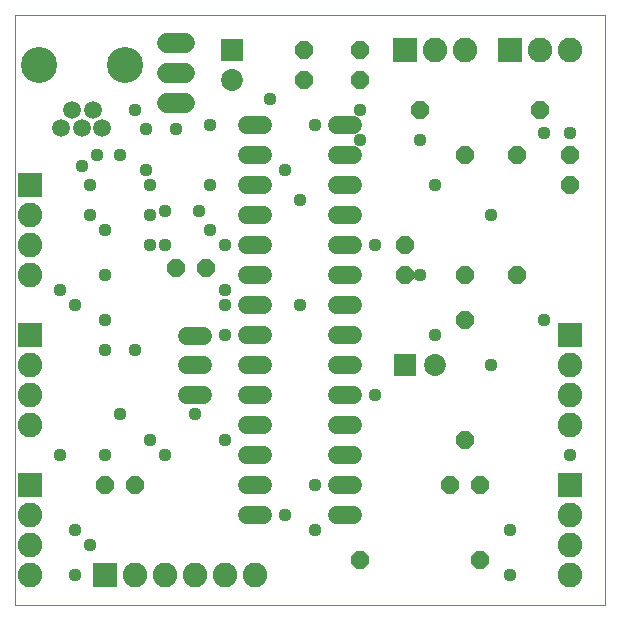
<source format=gts>
G75*
G70*
%OFA0B0*%
%FSLAX24Y24*%
%IPPOS*%
%LPD*%
%AMOC8*
5,1,8,0,0,1.08239X$1,22.5*
%
%ADD10C,0.0000*%
%ADD11C,0.0600*%
%ADD12C,0.0595*%
%ADD13C,0.1202*%
%ADD14R,0.0820X0.0820*%
%ADD15C,0.0820*%
%ADD16C,0.0680*%
%ADD17OC8,0.0600*%
%ADD18R,0.0730X0.0730*%
%ADD19C,0.0730*%
%ADD20C,0.0437*%
D10*
X000181Y000181D02*
X000181Y019866D01*
X019866Y019866D01*
X019866Y000181D01*
X000181Y000181D01*
D11*
X005921Y007197D02*
X006441Y007197D01*
X006441Y008181D02*
X005921Y008181D01*
X005921Y009166D02*
X006441Y009166D01*
X007921Y009181D02*
X008441Y009181D01*
X008441Y008181D02*
X007921Y008181D01*
X007921Y007181D02*
X008441Y007181D01*
X008441Y006181D02*
X007921Y006181D01*
X007921Y005181D02*
X008441Y005181D01*
X008441Y004181D02*
X007921Y004181D01*
X007921Y003181D02*
X008441Y003181D01*
X010921Y003181D02*
X011441Y003181D01*
X011441Y004181D02*
X010921Y004181D01*
X010921Y005181D02*
X011441Y005181D01*
X011441Y006181D02*
X010921Y006181D01*
X010921Y007181D02*
X011441Y007181D01*
X011441Y008181D02*
X010921Y008181D01*
X010921Y009181D02*
X011441Y009181D01*
X011441Y010181D02*
X010921Y010181D01*
X010921Y011181D02*
X011441Y011181D01*
X011441Y012181D02*
X010921Y012181D01*
X010921Y013181D02*
X011441Y013181D01*
X011441Y014181D02*
X010921Y014181D01*
X010921Y015181D02*
X011441Y015181D01*
X011441Y016181D02*
X010921Y016181D01*
X008441Y016181D02*
X007921Y016181D01*
X007921Y015181D02*
X008441Y015181D01*
X008441Y014181D02*
X007921Y014181D01*
X007921Y013181D02*
X008441Y013181D01*
X008441Y012181D02*
X007921Y012181D01*
X007921Y011181D02*
X008441Y011181D01*
X008441Y010181D02*
X007921Y010181D01*
D12*
X003101Y016081D03*
X002431Y016081D03*
X002101Y016701D03*
X002791Y016701D03*
X001731Y016081D03*
D13*
X000994Y018181D03*
X003868Y018181D03*
D14*
X000681Y014181D03*
X000681Y009181D03*
X000681Y004181D03*
X003181Y001181D03*
X018681Y004181D03*
X018681Y009181D03*
X016681Y018681D03*
X013181Y018681D03*
D15*
X014181Y018681D03*
X015181Y018681D03*
X017681Y018681D03*
X018681Y018681D03*
X018681Y008181D03*
X018681Y007181D03*
X018681Y006181D03*
X018681Y003181D03*
X018681Y002181D03*
X018681Y001181D03*
X008181Y001181D03*
X007181Y001181D03*
X006181Y001181D03*
X005181Y001181D03*
X004181Y001181D03*
X000681Y001181D03*
X000681Y002181D03*
X000681Y003181D03*
X000681Y006181D03*
X000681Y007181D03*
X000681Y008181D03*
X000681Y011181D03*
X000681Y012181D03*
X000681Y013181D03*
D16*
X005256Y016931D02*
X005856Y016931D01*
X005856Y017931D02*
X005256Y017931D01*
X005256Y018931D02*
X005856Y018931D01*
D17*
X009806Y018681D03*
X009806Y017681D03*
X011681Y017681D03*
X011681Y018681D03*
X013681Y016681D03*
X015181Y015181D03*
X016931Y015181D03*
X017681Y016681D03*
X018681Y015181D03*
X018681Y014181D03*
X016931Y011181D03*
X015181Y011181D03*
X015181Y009681D03*
X013181Y011181D03*
X013181Y012181D03*
X015181Y005681D03*
X014681Y004181D03*
X015681Y004181D03*
X015681Y001681D03*
X011681Y001681D03*
X004181Y004181D03*
X003181Y004181D03*
X005556Y011431D03*
X006556Y011431D03*
D18*
X013181Y008181D03*
X007431Y018681D03*
D19*
X007431Y017681D03*
X014181Y008181D03*
D20*
X014181Y009181D03*
X016056Y008181D03*
X017806Y009681D03*
X016056Y013181D03*
X014181Y014181D03*
X013681Y015681D03*
X011681Y015681D03*
X011681Y016681D03*
X010181Y016181D03*
X008681Y017056D03*
X006681Y016181D03*
X005556Y016056D03*
X004556Y016056D03*
X004181Y016681D03*
X003681Y015181D03*
X002931Y015181D03*
X002431Y014806D03*
X002681Y014181D03*
X002681Y013181D03*
X003181Y012681D03*
X003181Y011181D03*
X002181Y010181D03*
X001681Y010681D03*
X003181Y009681D03*
X003181Y008681D03*
X004181Y008681D03*
X003681Y006556D03*
X004681Y005681D03*
X005181Y005181D03*
X006181Y006556D03*
X007181Y005681D03*
X009181Y003181D03*
X010181Y002681D03*
X010181Y004181D03*
X012181Y007181D03*
X009681Y010181D03*
X012181Y012181D03*
X013681Y011181D03*
X009681Y013681D03*
X009181Y014681D03*
X006681Y014181D03*
X006306Y013306D03*
X006681Y012681D03*
X007181Y012181D03*
X007181Y010681D03*
X007181Y010181D03*
X007181Y009181D03*
X005181Y012181D03*
X004681Y012181D03*
X004681Y013181D03*
X005181Y013306D03*
X004681Y014181D03*
X004556Y014681D03*
X003181Y005181D03*
X001681Y005181D03*
X002181Y002681D03*
X002681Y002181D03*
X002181Y001181D03*
X016681Y001181D03*
X016681Y002681D03*
X018681Y005181D03*
X018681Y015931D03*
X017806Y015931D03*
M02*

</source>
